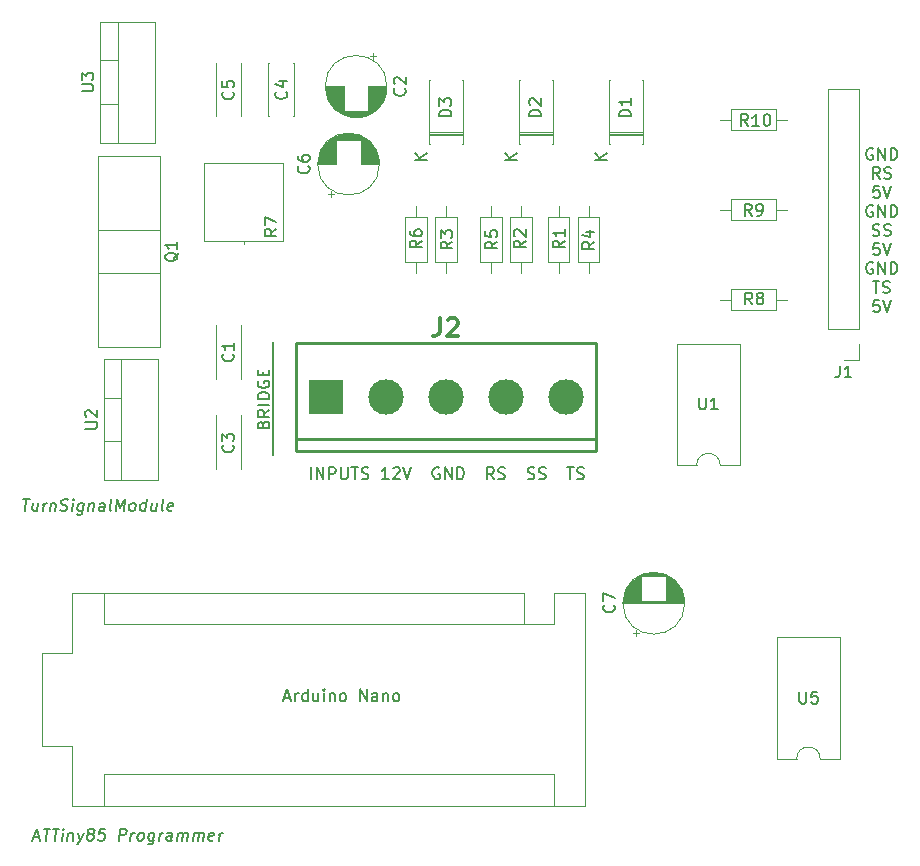
<source format=gbr>
%TF.GenerationSoftware,KiCad,Pcbnew,(6.0.9)*%
%TF.CreationDate,2022-12-15T21:37:47+02:00*%
%TF.ProjectId,custom_arduino,63757374-6f6d-45f6-9172-6475696e6f2e,rev?*%
%TF.SameCoordinates,Original*%
%TF.FileFunction,Legend,Top*%
%TF.FilePolarity,Positive*%
%FSLAX46Y46*%
G04 Gerber Fmt 4.6, Leading zero omitted, Abs format (unit mm)*
G04 Created by KiCad (PCBNEW (6.0.9)) date 2022-12-15 21:37:47*
%MOMM*%
%LPD*%
G01*
G04 APERTURE LIST*
%ADD10C,0.150000*%
%ADD11C,0.304800*%
%ADD12C,0.120000*%
%ADD13C,0.254000*%
%ADD14R,2.999740X2.999740*%
%ADD15C,2.999740*%
G04 APERTURE END LIST*
D10*
X53642857Y-103566666D02*
X54119047Y-103566666D01*
X53547619Y-103852380D02*
X53880952Y-102852380D01*
X54214285Y-103852380D01*
X54547619Y-103852380D02*
X54547619Y-103185714D01*
X54547619Y-103376190D02*
X54595238Y-103280952D01*
X54642857Y-103233333D01*
X54738095Y-103185714D01*
X54833333Y-103185714D01*
X55595238Y-103852380D02*
X55595238Y-102852380D01*
X55595238Y-103804761D02*
X55500000Y-103852380D01*
X55309523Y-103852380D01*
X55214285Y-103804761D01*
X55166666Y-103757142D01*
X55119047Y-103661904D01*
X55119047Y-103376190D01*
X55166666Y-103280952D01*
X55214285Y-103233333D01*
X55309523Y-103185714D01*
X55500000Y-103185714D01*
X55595238Y-103233333D01*
X56500000Y-103185714D02*
X56500000Y-103852380D01*
X56071428Y-103185714D02*
X56071428Y-103709523D01*
X56119047Y-103804761D01*
X56214285Y-103852380D01*
X56357142Y-103852380D01*
X56452380Y-103804761D01*
X56500000Y-103757142D01*
X56976190Y-103852380D02*
X56976190Y-103185714D01*
X56976190Y-102852380D02*
X56928571Y-102900000D01*
X56976190Y-102947619D01*
X57023809Y-102900000D01*
X56976190Y-102852380D01*
X56976190Y-102947619D01*
X57452380Y-103185714D02*
X57452380Y-103852380D01*
X57452380Y-103280952D02*
X57500000Y-103233333D01*
X57595238Y-103185714D01*
X57738095Y-103185714D01*
X57833333Y-103233333D01*
X57880952Y-103328571D01*
X57880952Y-103852380D01*
X58500000Y-103852380D02*
X58404761Y-103804761D01*
X58357142Y-103757142D01*
X58309523Y-103661904D01*
X58309523Y-103376190D01*
X58357142Y-103280952D01*
X58404761Y-103233333D01*
X58500000Y-103185714D01*
X58642857Y-103185714D01*
X58738095Y-103233333D01*
X58785714Y-103280952D01*
X58833333Y-103376190D01*
X58833333Y-103661904D01*
X58785714Y-103757142D01*
X58738095Y-103804761D01*
X58642857Y-103852380D01*
X58500000Y-103852380D01*
X60023809Y-103852380D02*
X60023809Y-102852380D01*
X60595238Y-103852380D01*
X60595238Y-102852380D01*
X61500000Y-103852380D02*
X61500000Y-103328571D01*
X61452380Y-103233333D01*
X61357142Y-103185714D01*
X61166666Y-103185714D01*
X61071428Y-103233333D01*
X61500000Y-103804761D02*
X61404761Y-103852380D01*
X61166666Y-103852380D01*
X61071428Y-103804761D01*
X61023809Y-103709523D01*
X61023809Y-103614285D01*
X61071428Y-103519047D01*
X61166666Y-103471428D01*
X61404761Y-103471428D01*
X61500000Y-103423809D01*
X61976190Y-103185714D02*
X61976190Y-103852380D01*
X61976190Y-103280952D02*
X62023809Y-103233333D01*
X62119047Y-103185714D01*
X62261904Y-103185714D01*
X62357142Y-103233333D01*
X62404761Y-103328571D01*
X62404761Y-103852380D01*
X63023809Y-103852380D02*
X62928571Y-103804761D01*
X62880952Y-103757142D01*
X62833333Y-103661904D01*
X62833333Y-103376190D01*
X62880952Y-103280952D01*
X62928571Y-103233333D01*
X63023809Y-103185714D01*
X63166666Y-103185714D01*
X63261904Y-103233333D01*
X63309523Y-103280952D01*
X63357142Y-103376190D01*
X63357142Y-103661904D01*
X63309523Y-103757142D01*
X63261904Y-103804761D01*
X63166666Y-103852380D01*
X63023809Y-103852380D01*
X32388660Y-115366666D02*
X32864851Y-115366666D01*
X32257708Y-115652380D02*
X32716041Y-114652380D01*
X32924374Y-115652380D01*
X33239851Y-114652380D02*
X33811279Y-114652380D01*
X33400565Y-115652380D02*
X33525565Y-114652380D01*
X34001755Y-114652380D02*
X34573184Y-114652380D01*
X34162470Y-115652380D02*
X34287470Y-114652380D01*
X34781517Y-115652380D02*
X34864851Y-114985714D01*
X34906517Y-114652380D02*
X34852946Y-114700000D01*
X34894613Y-114747619D01*
X34948184Y-114700000D01*
X34906517Y-114652380D01*
X34894613Y-114747619D01*
X35341041Y-114985714D02*
X35257708Y-115652380D01*
X35329136Y-115080952D02*
X35382708Y-115033333D01*
X35483898Y-114985714D01*
X35626755Y-114985714D01*
X35716041Y-115033333D01*
X35751755Y-115128571D01*
X35686279Y-115652380D01*
X36150565Y-114985714D02*
X36305327Y-115652380D01*
X36626755Y-114985714D02*
X36305327Y-115652380D01*
X36180327Y-115890476D01*
X36126755Y-115938095D01*
X36025565Y-115985714D01*
X37138660Y-115080952D02*
X37049375Y-115033333D01*
X37007708Y-114985714D01*
X36971994Y-114890476D01*
X36977946Y-114842857D01*
X37037470Y-114747619D01*
X37091041Y-114700000D01*
X37192232Y-114652380D01*
X37382708Y-114652380D01*
X37471994Y-114700000D01*
X37513660Y-114747619D01*
X37549375Y-114842857D01*
X37543422Y-114890476D01*
X37483898Y-114985714D01*
X37430327Y-115033333D01*
X37329136Y-115080952D01*
X37138660Y-115080952D01*
X37037470Y-115128571D01*
X36983898Y-115176190D01*
X36924375Y-115271428D01*
X36900565Y-115461904D01*
X36936279Y-115557142D01*
X36977946Y-115604761D01*
X37067232Y-115652380D01*
X37257708Y-115652380D01*
X37358898Y-115604761D01*
X37412470Y-115557142D01*
X37471994Y-115461904D01*
X37495803Y-115271428D01*
X37460089Y-115176190D01*
X37418422Y-115128571D01*
X37329136Y-115080952D01*
X38477946Y-114652380D02*
X38001755Y-114652380D01*
X37894613Y-115128571D01*
X37948184Y-115080952D01*
X38049375Y-115033333D01*
X38287470Y-115033333D01*
X38376755Y-115080952D01*
X38418422Y-115128571D01*
X38454136Y-115223809D01*
X38424375Y-115461904D01*
X38364851Y-115557142D01*
X38311279Y-115604761D01*
X38210089Y-115652380D01*
X37971994Y-115652380D01*
X37882708Y-115604761D01*
X37841041Y-115557142D01*
X39591041Y-115652380D02*
X39716041Y-114652380D01*
X40096994Y-114652380D01*
X40186279Y-114700000D01*
X40227946Y-114747619D01*
X40263660Y-114842857D01*
X40245803Y-114985714D01*
X40186279Y-115080952D01*
X40132708Y-115128571D01*
X40031517Y-115176190D01*
X39650565Y-115176190D01*
X40591041Y-115652380D02*
X40674375Y-114985714D01*
X40650565Y-115176190D02*
X40710089Y-115080952D01*
X40763660Y-115033333D01*
X40864851Y-114985714D01*
X40960089Y-114985714D01*
X41352946Y-115652380D02*
X41263660Y-115604761D01*
X41221994Y-115557142D01*
X41186279Y-115461904D01*
X41221994Y-115176190D01*
X41281517Y-115080952D01*
X41335089Y-115033333D01*
X41436279Y-114985714D01*
X41579136Y-114985714D01*
X41668422Y-115033333D01*
X41710089Y-115080952D01*
X41745803Y-115176190D01*
X41710089Y-115461904D01*
X41650565Y-115557142D01*
X41596994Y-115604761D01*
X41495803Y-115652380D01*
X41352946Y-115652380D01*
X42626755Y-114985714D02*
X42525565Y-115795238D01*
X42466041Y-115890476D01*
X42412470Y-115938095D01*
X42311279Y-115985714D01*
X42168422Y-115985714D01*
X42079136Y-115938095D01*
X42549375Y-115604761D02*
X42448184Y-115652380D01*
X42257708Y-115652380D01*
X42168422Y-115604761D01*
X42126755Y-115557142D01*
X42091041Y-115461904D01*
X42126755Y-115176190D01*
X42186279Y-115080952D01*
X42239851Y-115033333D01*
X42341041Y-114985714D01*
X42531517Y-114985714D01*
X42620803Y-115033333D01*
X43019613Y-115652380D02*
X43102946Y-114985714D01*
X43079136Y-115176190D02*
X43138660Y-115080952D01*
X43192232Y-115033333D01*
X43293422Y-114985714D01*
X43388660Y-114985714D01*
X44067232Y-115652380D02*
X44132708Y-115128571D01*
X44096994Y-115033333D01*
X44007708Y-114985714D01*
X43817232Y-114985714D01*
X43716041Y-115033333D01*
X44073184Y-115604761D02*
X43971994Y-115652380D01*
X43733898Y-115652380D01*
X43644613Y-115604761D01*
X43608898Y-115509523D01*
X43620803Y-115414285D01*
X43680327Y-115319047D01*
X43781517Y-115271428D01*
X44019613Y-115271428D01*
X44120803Y-115223809D01*
X44543422Y-115652380D02*
X44626755Y-114985714D01*
X44614851Y-115080952D02*
X44668422Y-115033333D01*
X44769613Y-114985714D01*
X44912470Y-114985714D01*
X45001755Y-115033333D01*
X45037470Y-115128571D01*
X44971994Y-115652380D01*
X45037470Y-115128571D02*
X45096994Y-115033333D01*
X45198184Y-114985714D01*
X45341041Y-114985714D01*
X45430327Y-115033333D01*
X45466041Y-115128571D01*
X45400565Y-115652380D01*
X45876755Y-115652380D02*
X45960089Y-114985714D01*
X45948184Y-115080952D02*
X46001755Y-115033333D01*
X46102946Y-114985714D01*
X46245803Y-114985714D01*
X46335089Y-115033333D01*
X46370803Y-115128571D01*
X46305327Y-115652380D01*
X46370803Y-115128571D02*
X46430327Y-115033333D01*
X46531517Y-114985714D01*
X46674375Y-114985714D01*
X46763660Y-115033333D01*
X46799375Y-115128571D01*
X46733898Y-115652380D01*
X47596994Y-115604761D02*
X47495803Y-115652380D01*
X47305327Y-115652380D01*
X47216041Y-115604761D01*
X47180327Y-115509523D01*
X47227946Y-115128571D01*
X47287470Y-115033333D01*
X47388660Y-114985714D01*
X47579136Y-114985714D01*
X47668422Y-115033333D01*
X47704136Y-115128571D01*
X47692232Y-115223809D01*
X47204136Y-115319047D01*
X48067232Y-115652380D02*
X48150565Y-114985714D01*
X48126755Y-115176190D02*
X48186279Y-115080952D01*
X48239851Y-115033333D01*
X48341041Y-114985714D01*
X48436279Y-114985714D01*
X51828571Y-80419047D02*
X51876190Y-80276190D01*
X51923809Y-80228571D01*
X52019047Y-80180952D01*
X52161904Y-80180952D01*
X52257142Y-80228571D01*
X52304761Y-80276190D01*
X52352380Y-80371428D01*
X52352380Y-80752380D01*
X51352380Y-80752380D01*
X51352380Y-80419047D01*
X51400000Y-80323809D01*
X51447619Y-80276190D01*
X51542857Y-80228571D01*
X51638095Y-80228571D01*
X51733333Y-80276190D01*
X51780952Y-80323809D01*
X51828571Y-80419047D01*
X51828571Y-80752380D01*
X52352380Y-79180952D02*
X51876190Y-79514285D01*
X52352380Y-79752380D02*
X51352380Y-79752380D01*
X51352380Y-79371428D01*
X51400000Y-79276190D01*
X51447619Y-79228571D01*
X51542857Y-79180952D01*
X51685714Y-79180952D01*
X51780952Y-79228571D01*
X51828571Y-79276190D01*
X51876190Y-79371428D01*
X51876190Y-79752380D01*
X52352380Y-78752380D02*
X51352380Y-78752380D01*
X52352380Y-78276190D02*
X51352380Y-78276190D01*
X51352380Y-78038095D01*
X51400000Y-77895238D01*
X51495238Y-77800000D01*
X51590476Y-77752380D01*
X51780952Y-77704761D01*
X51923809Y-77704761D01*
X52114285Y-77752380D01*
X52209523Y-77800000D01*
X52304761Y-77895238D01*
X52352380Y-78038095D01*
X52352380Y-78276190D01*
X51400000Y-76752380D02*
X51352380Y-76847619D01*
X51352380Y-76990476D01*
X51400000Y-77133333D01*
X51495238Y-77228571D01*
X51590476Y-77276190D01*
X51780952Y-77323809D01*
X51923809Y-77323809D01*
X52114285Y-77276190D01*
X52209523Y-77228571D01*
X52304761Y-77133333D01*
X52352380Y-76990476D01*
X52352380Y-76895238D01*
X52304761Y-76752380D01*
X52257142Y-76704761D01*
X51923809Y-76704761D01*
X51923809Y-76895238D01*
X51828571Y-76276190D02*
X51828571Y-75942857D01*
X52352380Y-75800000D02*
X52352380Y-76276190D01*
X51352380Y-76276190D01*
X51352380Y-75800000D01*
X52700000Y-73400000D02*
X52700000Y-83000000D01*
X55876190Y-85052380D02*
X55876190Y-84052380D01*
X56352380Y-85052380D02*
X56352380Y-84052380D01*
X56923809Y-85052380D01*
X56923809Y-84052380D01*
X57399999Y-85052380D02*
X57399999Y-84052380D01*
X57780952Y-84052380D01*
X57876190Y-84100000D01*
X57923809Y-84147619D01*
X57971428Y-84242857D01*
X57971428Y-84385714D01*
X57923809Y-84480952D01*
X57876190Y-84528571D01*
X57780952Y-84576190D01*
X57399999Y-84576190D01*
X58399999Y-84052380D02*
X58399999Y-84861904D01*
X58447619Y-84957142D01*
X58495238Y-85004761D01*
X58590476Y-85052380D01*
X58780952Y-85052380D01*
X58876190Y-85004761D01*
X58923809Y-84957142D01*
X58971428Y-84861904D01*
X58971428Y-84052380D01*
X59304761Y-84052380D02*
X59876190Y-84052380D01*
X59590476Y-85052380D02*
X59590476Y-84052380D01*
X60161904Y-85004761D02*
X60304761Y-85052380D01*
X60542857Y-85052380D01*
X60638095Y-85004761D01*
X60685714Y-84957142D01*
X60733333Y-84861904D01*
X60733333Y-84766666D01*
X60685714Y-84671428D01*
X60638095Y-84623809D01*
X60542857Y-84576190D01*
X60352380Y-84528571D01*
X60257142Y-84480952D01*
X60209523Y-84433333D01*
X60161904Y-84338095D01*
X60161904Y-84242857D01*
X60209523Y-84147619D01*
X60257142Y-84100000D01*
X60352380Y-84052380D01*
X60590476Y-84052380D01*
X60733333Y-84100000D01*
X62447619Y-85052380D02*
X61876190Y-85052380D01*
X62161904Y-85052380D02*
X62161904Y-84052380D01*
X62066666Y-84195238D01*
X61971428Y-84290476D01*
X61876190Y-84338095D01*
X62828571Y-84147619D02*
X62876190Y-84100000D01*
X62971428Y-84052380D01*
X63209523Y-84052380D01*
X63304761Y-84100000D01*
X63352380Y-84147619D01*
X63399999Y-84242857D01*
X63399999Y-84338095D01*
X63352380Y-84480952D01*
X62780952Y-85052380D01*
X63399999Y-85052380D01*
X63685714Y-84052380D02*
X64019047Y-85052380D01*
X64352380Y-84052380D01*
X66733333Y-84100000D02*
X66638095Y-84052380D01*
X66495238Y-84052380D01*
X66352380Y-84100000D01*
X66257142Y-84195238D01*
X66209523Y-84290476D01*
X66161904Y-84480952D01*
X66161904Y-84623809D01*
X66209523Y-84814285D01*
X66257142Y-84909523D01*
X66352380Y-85004761D01*
X66495238Y-85052380D01*
X66590476Y-85052380D01*
X66733333Y-85004761D01*
X66780952Y-84957142D01*
X66780952Y-84623809D01*
X66590476Y-84623809D01*
X67209523Y-85052380D02*
X67209523Y-84052380D01*
X67780952Y-85052380D01*
X67780952Y-84052380D01*
X68257142Y-85052380D02*
X68257142Y-84052380D01*
X68495238Y-84052380D01*
X68638095Y-84100000D01*
X68733333Y-84195238D01*
X68780952Y-84290476D01*
X68828571Y-84480952D01*
X68828571Y-84623809D01*
X68780952Y-84814285D01*
X68733333Y-84909523D01*
X68638095Y-85004761D01*
X68495238Y-85052380D01*
X68257142Y-85052380D01*
X71352380Y-85052380D02*
X71019047Y-84576190D01*
X70780952Y-85052380D02*
X70780952Y-84052380D01*
X71161904Y-84052380D01*
X71257142Y-84100000D01*
X71304761Y-84147619D01*
X71352380Y-84242857D01*
X71352380Y-84385714D01*
X71304761Y-84480952D01*
X71257142Y-84528571D01*
X71161904Y-84576190D01*
X70780952Y-84576190D01*
X71733333Y-85004761D02*
X71876190Y-85052380D01*
X72114285Y-85052380D01*
X72209523Y-85004761D01*
X72257142Y-84957142D01*
X72304761Y-84861904D01*
X72304761Y-84766666D01*
X72257142Y-84671428D01*
X72209523Y-84623809D01*
X72114285Y-84576190D01*
X71923809Y-84528571D01*
X71828571Y-84480952D01*
X71780952Y-84433333D01*
X71733333Y-84338095D01*
X71733333Y-84242857D01*
X71780952Y-84147619D01*
X71828571Y-84100000D01*
X71923809Y-84052380D01*
X72161904Y-84052380D01*
X72304761Y-84100000D01*
X74209523Y-85004761D02*
X74352380Y-85052380D01*
X74590476Y-85052380D01*
X74685714Y-85004761D01*
X74733333Y-84957142D01*
X74780952Y-84861904D01*
X74780952Y-84766666D01*
X74733333Y-84671428D01*
X74685714Y-84623809D01*
X74590476Y-84576190D01*
X74399999Y-84528571D01*
X74304761Y-84480952D01*
X74257142Y-84433333D01*
X74209523Y-84338095D01*
X74209523Y-84242857D01*
X74257142Y-84147619D01*
X74304761Y-84100000D01*
X74399999Y-84052380D01*
X74638095Y-84052380D01*
X74780952Y-84100000D01*
X75161904Y-85004761D02*
X75304761Y-85052380D01*
X75542857Y-85052380D01*
X75638095Y-85004761D01*
X75685714Y-84957142D01*
X75733333Y-84861904D01*
X75733333Y-84766666D01*
X75685714Y-84671428D01*
X75638095Y-84623809D01*
X75542857Y-84576190D01*
X75352380Y-84528571D01*
X75257142Y-84480952D01*
X75209523Y-84433333D01*
X75161904Y-84338095D01*
X75161904Y-84242857D01*
X75209523Y-84147619D01*
X75257142Y-84100000D01*
X75352380Y-84052380D01*
X75590476Y-84052380D01*
X75733333Y-84100000D01*
X77542857Y-84052380D02*
X78114285Y-84052380D01*
X77828571Y-85052380D02*
X77828571Y-84052380D01*
X78399999Y-85004761D02*
X78542857Y-85052380D01*
X78780952Y-85052380D01*
X78876190Y-85004761D01*
X78923809Y-84957142D01*
X78971428Y-84861904D01*
X78971428Y-84766666D01*
X78923809Y-84671428D01*
X78876190Y-84623809D01*
X78780952Y-84576190D01*
X78590476Y-84528571D01*
X78495238Y-84480952D01*
X78447619Y-84433333D01*
X78399999Y-84338095D01*
X78399999Y-84242857D01*
X78447619Y-84147619D01*
X78495238Y-84100000D01*
X78590476Y-84052380D01*
X78828571Y-84052380D01*
X78971428Y-84100000D01*
X103438095Y-57060000D02*
X103342857Y-57012380D01*
X103200000Y-57012380D01*
X103057142Y-57060000D01*
X102961904Y-57155238D01*
X102914285Y-57250476D01*
X102866666Y-57440952D01*
X102866666Y-57583809D01*
X102914285Y-57774285D01*
X102961904Y-57869523D01*
X103057142Y-57964761D01*
X103200000Y-58012380D01*
X103295238Y-58012380D01*
X103438095Y-57964761D01*
X103485714Y-57917142D01*
X103485714Y-57583809D01*
X103295238Y-57583809D01*
X103914285Y-58012380D02*
X103914285Y-57012380D01*
X104485714Y-58012380D01*
X104485714Y-57012380D01*
X104961904Y-58012380D02*
X104961904Y-57012380D01*
X105200000Y-57012380D01*
X105342857Y-57060000D01*
X105438095Y-57155238D01*
X105485714Y-57250476D01*
X105533333Y-57440952D01*
X105533333Y-57583809D01*
X105485714Y-57774285D01*
X105438095Y-57869523D01*
X105342857Y-57964761D01*
X105200000Y-58012380D01*
X104961904Y-58012380D01*
X104033333Y-59622380D02*
X103700000Y-59146190D01*
X103461904Y-59622380D02*
X103461904Y-58622380D01*
X103842857Y-58622380D01*
X103938095Y-58670000D01*
X103985714Y-58717619D01*
X104033333Y-58812857D01*
X104033333Y-58955714D01*
X103985714Y-59050952D01*
X103938095Y-59098571D01*
X103842857Y-59146190D01*
X103461904Y-59146190D01*
X104414285Y-59574761D02*
X104557142Y-59622380D01*
X104795238Y-59622380D01*
X104890476Y-59574761D01*
X104938095Y-59527142D01*
X104985714Y-59431904D01*
X104985714Y-59336666D01*
X104938095Y-59241428D01*
X104890476Y-59193809D01*
X104795238Y-59146190D01*
X104604761Y-59098571D01*
X104509523Y-59050952D01*
X104461904Y-59003333D01*
X104414285Y-58908095D01*
X104414285Y-58812857D01*
X104461904Y-58717619D01*
X104509523Y-58670000D01*
X104604761Y-58622380D01*
X104842857Y-58622380D01*
X104985714Y-58670000D01*
X104009523Y-60232380D02*
X103533333Y-60232380D01*
X103485714Y-60708571D01*
X103533333Y-60660952D01*
X103628571Y-60613333D01*
X103866666Y-60613333D01*
X103961904Y-60660952D01*
X104009523Y-60708571D01*
X104057142Y-60803809D01*
X104057142Y-61041904D01*
X104009523Y-61137142D01*
X103961904Y-61184761D01*
X103866666Y-61232380D01*
X103628571Y-61232380D01*
X103533333Y-61184761D01*
X103485714Y-61137142D01*
X104342857Y-60232380D02*
X104676190Y-61232380D01*
X105009523Y-60232380D01*
X103438095Y-61890000D02*
X103342857Y-61842380D01*
X103200000Y-61842380D01*
X103057142Y-61890000D01*
X102961904Y-61985238D01*
X102914285Y-62080476D01*
X102866666Y-62270952D01*
X102866666Y-62413809D01*
X102914285Y-62604285D01*
X102961904Y-62699523D01*
X103057142Y-62794761D01*
X103200000Y-62842380D01*
X103295238Y-62842380D01*
X103438095Y-62794761D01*
X103485714Y-62747142D01*
X103485714Y-62413809D01*
X103295238Y-62413809D01*
X103914285Y-62842380D02*
X103914285Y-61842380D01*
X104485714Y-62842380D01*
X104485714Y-61842380D01*
X104961904Y-62842380D02*
X104961904Y-61842380D01*
X105200000Y-61842380D01*
X105342857Y-61890000D01*
X105438095Y-61985238D01*
X105485714Y-62080476D01*
X105533333Y-62270952D01*
X105533333Y-62413809D01*
X105485714Y-62604285D01*
X105438095Y-62699523D01*
X105342857Y-62794761D01*
X105200000Y-62842380D01*
X104961904Y-62842380D01*
X103438095Y-64404761D02*
X103580952Y-64452380D01*
X103819047Y-64452380D01*
X103914285Y-64404761D01*
X103961904Y-64357142D01*
X104009523Y-64261904D01*
X104009523Y-64166666D01*
X103961904Y-64071428D01*
X103914285Y-64023809D01*
X103819047Y-63976190D01*
X103628571Y-63928571D01*
X103533333Y-63880952D01*
X103485714Y-63833333D01*
X103438095Y-63738095D01*
X103438095Y-63642857D01*
X103485714Y-63547619D01*
X103533333Y-63500000D01*
X103628571Y-63452380D01*
X103866666Y-63452380D01*
X104009523Y-63500000D01*
X104390476Y-64404761D02*
X104533333Y-64452380D01*
X104771428Y-64452380D01*
X104866666Y-64404761D01*
X104914285Y-64357142D01*
X104961904Y-64261904D01*
X104961904Y-64166666D01*
X104914285Y-64071428D01*
X104866666Y-64023809D01*
X104771428Y-63976190D01*
X104580952Y-63928571D01*
X104485714Y-63880952D01*
X104438095Y-63833333D01*
X104390476Y-63738095D01*
X104390476Y-63642857D01*
X104438095Y-63547619D01*
X104485714Y-63500000D01*
X104580952Y-63452380D01*
X104819047Y-63452380D01*
X104961904Y-63500000D01*
X104009523Y-65062380D02*
X103533333Y-65062380D01*
X103485714Y-65538571D01*
X103533333Y-65490952D01*
X103628571Y-65443333D01*
X103866666Y-65443333D01*
X103961904Y-65490952D01*
X104009523Y-65538571D01*
X104057142Y-65633809D01*
X104057142Y-65871904D01*
X104009523Y-65967142D01*
X103961904Y-66014761D01*
X103866666Y-66062380D01*
X103628571Y-66062380D01*
X103533333Y-66014761D01*
X103485714Y-65967142D01*
X104342857Y-65062380D02*
X104676190Y-66062380D01*
X105009523Y-65062380D01*
X103438095Y-66720000D02*
X103342857Y-66672380D01*
X103200000Y-66672380D01*
X103057142Y-66720000D01*
X102961904Y-66815238D01*
X102914285Y-66910476D01*
X102866666Y-67100952D01*
X102866666Y-67243809D01*
X102914285Y-67434285D01*
X102961904Y-67529523D01*
X103057142Y-67624761D01*
X103200000Y-67672380D01*
X103295238Y-67672380D01*
X103438095Y-67624761D01*
X103485714Y-67577142D01*
X103485714Y-67243809D01*
X103295238Y-67243809D01*
X103914285Y-67672380D02*
X103914285Y-66672380D01*
X104485714Y-67672380D01*
X104485714Y-66672380D01*
X104961904Y-67672380D02*
X104961904Y-66672380D01*
X105200000Y-66672380D01*
X105342857Y-66720000D01*
X105438095Y-66815238D01*
X105485714Y-66910476D01*
X105533333Y-67100952D01*
X105533333Y-67243809D01*
X105485714Y-67434285D01*
X105438095Y-67529523D01*
X105342857Y-67624761D01*
X105200000Y-67672380D01*
X104961904Y-67672380D01*
X103438095Y-68282380D02*
X104009523Y-68282380D01*
X103723809Y-69282380D02*
X103723809Y-68282380D01*
X104295238Y-69234761D02*
X104438095Y-69282380D01*
X104676190Y-69282380D01*
X104771428Y-69234761D01*
X104819047Y-69187142D01*
X104866666Y-69091904D01*
X104866666Y-68996666D01*
X104819047Y-68901428D01*
X104771428Y-68853809D01*
X104676190Y-68806190D01*
X104485714Y-68758571D01*
X104390476Y-68710952D01*
X104342857Y-68663333D01*
X104295238Y-68568095D01*
X104295238Y-68472857D01*
X104342857Y-68377619D01*
X104390476Y-68330000D01*
X104485714Y-68282380D01*
X104723809Y-68282380D01*
X104866666Y-68330000D01*
X104009523Y-69892380D02*
X103533333Y-69892380D01*
X103485714Y-70368571D01*
X103533333Y-70320952D01*
X103628571Y-70273333D01*
X103866666Y-70273333D01*
X103961904Y-70320952D01*
X104009523Y-70368571D01*
X104057142Y-70463809D01*
X104057142Y-70701904D01*
X104009523Y-70797142D01*
X103961904Y-70844761D01*
X103866666Y-70892380D01*
X103628571Y-70892380D01*
X103533333Y-70844761D01*
X103485714Y-70797142D01*
X104342857Y-69892380D02*
X104676190Y-70892380D01*
X105009523Y-69892380D01*
X31477946Y-86752380D02*
X32049375Y-86752380D01*
X31638660Y-87752380D02*
X31763660Y-86752380D01*
X32769613Y-87085714D02*
X32686279Y-87752380D01*
X32341041Y-87085714D02*
X32275565Y-87609523D01*
X32311279Y-87704761D01*
X32400565Y-87752380D01*
X32543422Y-87752380D01*
X32644613Y-87704761D01*
X32698184Y-87657142D01*
X33162470Y-87752380D02*
X33245803Y-87085714D01*
X33221994Y-87276190D02*
X33281517Y-87180952D01*
X33335089Y-87133333D01*
X33436279Y-87085714D01*
X33531517Y-87085714D01*
X33864851Y-87085714D02*
X33781517Y-87752380D01*
X33852946Y-87180952D02*
X33906517Y-87133333D01*
X34007708Y-87085714D01*
X34150565Y-87085714D01*
X34239851Y-87133333D01*
X34275565Y-87228571D01*
X34210089Y-87752380D01*
X34644613Y-87704761D02*
X34781517Y-87752380D01*
X35019613Y-87752380D01*
X35120803Y-87704761D01*
X35174375Y-87657142D01*
X35233898Y-87561904D01*
X35245803Y-87466666D01*
X35210089Y-87371428D01*
X35168422Y-87323809D01*
X35079136Y-87276190D01*
X34894613Y-87228571D01*
X34805327Y-87180952D01*
X34763660Y-87133333D01*
X34727946Y-87038095D01*
X34739851Y-86942857D01*
X34799375Y-86847619D01*
X34852946Y-86800000D01*
X34954136Y-86752380D01*
X35192232Y-86752380D01*
X35329136Y-86800000D01*
X35638660Y-87752380D02*
X35721994Y-87085714D01*
X35763660Y-86752380D02*
X35710089Y-86800000D01*
X35751755Y-86847619D01*
X35805327Y-86800000D01*
X35763660Y-86752380D01*
X35751755Y-86847619D01*
X36626755Y-87085714D02*
X36525565Y-87895238D01*
X36466041Y-87990476D01*
X36412470Y-88038095D01*
X36311279Y-88085714D01*
X36168422Y-88085714D01*
X36079136Y-88038095D01*
X36549375Y-87704761D02*
X36448184Y-87752380D01*
X36257708Y-87752380D01*
X36168422Y-87704761D01*
X36126755Y-87657142D01*
X36091041Y-87561904D01*
X36126755Y-87276190D01*
X36186279Y-87180952D01*
X36239851Y-87133333D01*
X36341041Y-87085714D01*
X36531517Y-87085714D01*
X36620803Y-87133333D01*
X37102946Y-87085714D02*
X37019613Y-87752380D01*
X37091041Y-87180952D02*
X37144613Y-87133333D01*
X37245803Y-87085714D01*
X37388660Y-87085714D01*
X37477946Y-87133333D01*
X37513660Y-87228571D01*
X37448184Y-87752380D01*
X38352946Y-87752380D02*
X38418422Y-87228571D01*
X38382708Y-87133333D01*
X38293422Y-87085714D01*
X38102946Y-87085714D01*
X38001755Y-87133333D01*
X38358898Y-87704761D02*
X38257708Y-87752380D01*
X38019613Y-87752380D01*
X37930327Y-87704761D01*
X37894613Y-87609523D01*
X37906517Y-87514285D01*
X37966041Y-87419047D01*
X38067232Y-87371428D01*
X38305327Y-87371428D01*
X38406517Y-87323809D01*
X38971994Y-87752380D02*
X38882708Y-87704761D01*
X38846994Y-87609523D01*
X38954136Y-86752380D01*
X39352946Y-87752380D02*
X39477946Y-86752380D01*
X39721994Y-87466666D01*
X40144613Y-86752380D01*
X40019613Y-87752380D01*
X40638660Y-87752380D02*
X40549375Y-87704761D01*
X40507708Y-87657142D01*
X40471994Y-87561904D01*
X40507708Y-87276190D01*
X40567232Y-87180952D01*
X40620803Y-87133333D01*
X40721994Y-87085714D01*
X40864851Y-87085714D01*
X40954136Y-87133333D01*
X40995803Y-87180952D01*
X41031517Y-87276190D01*
X40995803Y-87561904D01*
X40936279Y-87657142D01*
X40882708Y-87704761D01*
X40781517Y-87752380D01*
X40638660Y-87752380D01*
X41829136Y-87752380D02*
X41954136Y-86752380D01*
X41835089Y-87704761D02*
X41733898Y-87752380D01*
X41543422Y-87752380D01*
X41454136Y-87704761D01*
X41412470Y-87657142D01*
X41376755Y-87561904D01*
X41412470Y-87276190D01*
X41471994Y-87180952D01*
X41525565Y-87133333D01*
X41626755Y-87085714D01*
X41817232Y-87085714D01*
X41906517Y-87133333D01*
X42817232Y-87085714D02*
X42733898Y-87752380D01*
X42388660Y-87085714D02*
X42323184Y-87609523D01*
X42358898Y-87704761D01*
X42448184Y-87752380D01*
X42591041Y-87752380D01*
X42692232Y-87704761D01*
X42745803Y-87657142D01*
X43352946Y-87752380D02*
X43263660Y-87704761D01*
X43227946Y-87609523D01*
X43335089Y-86752380D01*
X44120803Y-87704761D02*
X44019613Y-87752380D01*
X43829136Y-87752380D01*
X43739851Y-87704761D01*
X43704136Y-87609523D01*
X43751755Y-87228571D01*
X43811279Y-87133333D01*
X43912470Y-87085714D01*
X44102946Y-87085714D01*
X44192232Y-87133333D01*
X44227946Y-87228571D01*
X44216041Y-87323809D01*
X43727946Y-87419047D01*
%TO.C,U5*%
X97228095Y-103052380D02*
X97228095Y-103861904D01*
X97275714Y-103957142D01*
X97323333Y-104004761D01*
X97418571Y-104052380D01*
X97609047Y-104052380D01*
X97704285Y-104004761D01*
X97751904Y-103957142D01*
X97799523Y-103861904D01*
X97799523Y-103052380D01*
X98751904Y-103052380D02*
X98275714Y-103052380D01*
X98228095Y-103528571D01*
X98275714Y-103480952D01*
X98370952Y-103433333D01*
X98609047Y-103433333D01*
X98704285Y-103480952D01*
X98751904Y-103528571D01*
X98799523Y-103623809D01*
X98799523Y-103861904D01*
X98751904Y-103957142D01*
X98704285Y-104004761D01*
X98609047Y-104052380D01*
X98370952Y-104052380D01*
X98275714Y-104004761D01*
X98228095Y-103957142D01*
%TO.C,J1*%
X100631666Y-75432380D02*
X100631666Y-76146666D01*
X100584047Y-76289523D01*
X100488809Y-76384761D01*
X100345952Y-76432380D01*
X100250714Y-76432380D01*
X101631666Y-76432380D02*
X101060238Y-76432380D01*
X101345952Y-76432380D02*
X101345952Y-75432380D01*
X101250714Y-75575238D01*
X101155476Y-75670476D01*
X101060238Y-75718095D01*
%TO.C,R1*%
X77352380Y-64866666D02*
X76876190Y-65200000D01*
X77352380Y-65438095D02*
X76352380Y-65438095D01*
X76352380Y-65057142D01*
X76400000Y-64961904D01*
X76447619Y-64914285D01*
X76542857Y-64866666D01*
X76685714Y-64866666D01*
X76780952Y-64914285D01*
X76828571Y-64961904D01*
X76876190Y-65057142D01*
X76876190Y-65438095D01*
X77352380Y-63914285D02*
X77352380Y-64485714D01*
X77352380Y-64200000D02*
X76352380Y-64200000D01*
X76495238Y-64295238D01*
X76590476Y-64390476D01*
X76638095Y-64485714D01*
%TO.C,R6*%
X65252380Y-64866666D02*
X64776190Y-65200000D01*
X65252380Y-65438095D02*
X64252380Y-65438095D01*
X64252380Y-65057142D01*
X64300000Y-64961904D01*
X64347619Y-64914285D01*
X64442857Y-64866666D01*
X64585714Y-64866666D01*
X64680952Y-64914285D01*
X64728571Y-64961904D01*
X64776190Y-65057142D01*
X64776190Y-65438095D01*
X64252380Y-64009523D02*
X64252380Y-64200000D01*
X64300000Y-64295238D01*
X64347619Y-64342857D01*
X64490476Y-64438095D01*
X64680952Y-64485714D01*
X65061904Y-64485714D01*
X65157142Y-64438095D01*
X65204761Y-64390476D01*
X65252380Y-64295238D01*
X65252380Y-64104761D01*
X65204761Y-64009523D01*
X65157142Y-63961904D01*
X65061904Y-63914285D01*
X64823809Y-63914285D01*
X64728571Y-63961904D01*
X64680952Y-64009523D01*
X64633333Y-64104761D01*
X64633333Y-64295238D01*
X64680952Y-64390476D01*
X64728571Y-64438095D01*
X64823809Y-64485714D01*
%TO.C,C2*%
X63797142Y-51966666D02*
X63844761Y-52014285D01*
X63892380Y-52157142D01*
X63892380Y-52252380D01*
X63844761Y-52395238D01*
X63749523Y-52490476D01*
X63654285Y-52538095D01*
X63463809Y-52585714D01*
X63320952Y-52585714D01*
X63130476Y-52538095D01*
X63035238Y-52490476D01*
X62940000Y-52395238D01*
X62892380Y-52252380D01*
X62892380Y-52157142D01*
X62940000Y-52014285D01*
X62987619Y-51966666D01*
X62987619Y-51585714D02*
X62940000Y-51538095D01*
X62892380Y-51442857D01*
X62892380Y-51204761D01*
X62940000Y-51109523D01*
X62987619Y-51061904D01*
X63082857Y-51014285D01*
X63178095Y-51014285D01*
X63320952Y-51061904D01*
X63892380Y-51633333D01*
X63892380Y-51014285D01*
%TO.C,U2*%
X36767380Y-80771904D02*
X37576904Y-80771904D01*
X37672142Y-80724285D01*
X37719761Y-80676666D01*
X37767380Y-80581428D01*
X37767380Y-80390952D01*
X37719761Y-80295714D01*
X37672142Y-80248095D01*
X37576904Y-80200476D01*
X36767380Y-80200476D01*
X36862619Y-79771904D02*
X36815000Y-79724285D01*
X36767380Y-79629047D01*
X36767380Y-79390952D01*
X36815000Y-79295714D01*
X36862619Y-79248095D01*
X36957857Y-79200476D01*
X37053095Y-79200476D01*
X37195952Y-79248095D01*
X37767380Y-79819523D01*
X37767380Y-79200476D01*
%TO.C,R9*%
X93178333Y-62752380D02*
X92845000Y-62276190D01*
X92606904Y-62752380D02*
X92606904Y-61752380D01*
X92987857Y-61752380D01*
X93083095Y-61800000D01*
X93130714Y-61847619D01*
X93178333Y-61942857D01*
X93178333Y-62085714D01*
X93130714Y-62180952D01*
X93083095Y-62228571D01*
X92987857Y-62276190D01*
X92606904Y-62276190D01*
X93654523Y-62752380D02*
X93845000Y-62752380D01*
X93940238Y-62704761D01*
X93987857Y-62657142D01*
X94083095Y-62514285D01*
X94130714Y-62323809D01*
X94130714Y-61942857D01*
X94083095Y-61847619D01*
X94035476Y-61800000D01*
X93940238Y-61752380D01*
X93749761Y-61752380D01*
X93654523Y-61800000D01*
X93606904Y-61847619D01*
X93559285Y-61942857D01*
X93559285Y-62180952D01*
X93606904Y-62276190D01*
X93654523Y-62323809D01*
X93749761Y-62371428D01*
X93940238Y-62371428D01*
X94035476Y-62323809D01*
X94083095Y-62276190D01*
X94130714Y-62180952D01*
%TO.C,R8*%
X93233333Y-70252380D02*
X92900000Y-69776190D01*
X92661904Y-70252380D02*
X92661904Y-69252380D01*
X93042857Y-69252380D01*
X93138095Y-69300000D01*
X93185714Y-69347619D01*
X93233333Y-69442857D01*
X93233333Y-69585714D01*
X93185714Y-69680952D01*
X93138095Y-69728571D01*
X93042857Y-69776190D01*
X92661904Y-69776190D01*
X93804761Y-69680952D02*
X93709523Y-69633333D01*
X93661904Y-69585714D01*
X93614285Y-69490476D01*
X93614285Y-69442857D01*
X93661904Y-69347619D01*
X93709523Y-69300000D01*
X93804761Y-69252380D01*
X93995238Y-69252380D01*
X94090476Y-69300000D01*
X94138095Y-69347619D01*
X94185714Y-69442857D01*
X94185714Y-69490476D01*
X94138095Y-69585714D01*
X94090476Y-69633333D01*
X93995238Y-69680952D01*
X93804761Y-69680952D01*
X93709523Y-69728571D01*
X93661904Y-69776190D01*
X93614285Y-69871428D01*
X93614285Y-70061904D01*
X93661904Y-70157142D01*
X93709523Y-70204761D01*
X93804761Y-70252380D01*
X93995238Y-70252380D01*
X94090476Y-70204761D01*
X94138095Y-70157142D01*
X94185714Y-70061904D01*
X94185714Y-69871428D01*
X94138095Y-69776190D01*
X94090476Y-69728571D01*
X93995238Y-69680952D01*
%TO.C,C3*%
X49257142Y-82166666D02*
X49304761Y-82214285D01*
X49352380Y-82357142D01*
X49352380Y-82452380D01*
X49304761Y-82595238D01*
X49209523Y-82690476D01*
X49114285Y-82738095D01*
X48923809Y-82785714D01*
X48780952Y-82785714D01*
X48590476Y-82738095D01*
X48495238Y-82690476D01*
X48400000Y-82595238D01*
X48352380Y-82452380D01*
X48352380Y-82357142D01*
X48400000Y-82214285D01*
X48447619Y-82166666D01*
X48352380Y-81833333D02*
X48352380Y-81214285D01*
X48733333Y-81547619D01*
X48733333Y-81404761D01*
X48780952Y-81309523D01*
X48828571Y-81261904D01*
X48923809Y-81214285D01*
X49161904Y-81214285D01*
X49257142Y-81261904D01*
X49304761Y-81309523D01*
X49352380Y-81404761D01*
X49352380Y-81690476D01*
X49304761Y-81785714D01*
X49257142Y-81833333D01*
D11*
%TO.C,J2*%
X66802000Y-71428428D02*
X66802000Y-72517000D01*
X66729428Y-72734714D01*
X66584285Y-72879857D01*
X66366571Y-72952428D01*
X66221428Y-72952428D01*
X67455142Y-71573571D02*
X67527714Y-71501000D01*
X67672857Y-71428428D01*
X68035714Y-71428428D01*
X68180857Y-71501000D01*
X68253428Y-71573571D01*
X68326000Y-71718714D01*
X68326000Y-71863857D01*
X68253428Y-72081571D01*
X67382571Y-72952428D01*
X68326000Y-72952428D01*
D10*
%TO.C,Q1*%
X44637619Y-65870238D02*
X44590000Y-65965476D01*
X44494761Y-66060714D01*
X44351904Y-66203571D01*
X44304285Y-66298809D01*
X44304285Y-66394047D01*
X44542380Y-66346428D02*
X44494761Y-66441666D01*
X44399523Y-66536904D01*
X44209047Y-66584523D01*
X43875714Y-66584523D01*
X43685238Y-66536904D01*
X43590000Y-66441666D01*
X43542380Y-66346428D01*
X43542380Y-66155952D01*
X43590000Y-66060714D01*
X43685238Y-65965476D01*
X43875714Y-65917857D01*
X44209047Y-65917857D01*
X44399523Y-65965476D01*
X44494761Y-66060714D01*
X44542380Y-66155952D01*
X44542380Y-66346428D01*
X44542380Y-64965476D02*
X44542380Y-65536904D01*
X44542380Y-65251190D02*
X43542380Y-65251190D01*
X43685238Y-65346428D01*
X43780476Y-65441666D01*
X43828095Y-65536904D01*
%TO.C,D2*%
X75352380Y-54338095D02*
X74352380Y-54338095D01*
X74352380Y-54100000D01*
X74400000Y-53957142D01*
X74495238Y-53861904D01*
X74590476Y-53814285D01*
X74780952Y-53766666D01*
X74923809Y-53766666D01*
X75114285Y-53814285D01*
X75209523Y-53861904D01*
X75304761Y-53957142D01*
X75352380Y-54100000D01*
X75352380Y-54338095D01*
X74447619Y-53385714D02*
X74400000Y-53338095D01*
X74352380Y-53242857D01*
X74352380Y-53004761D01*
X74400000Y-52909523D01*
X74447619Y-52861904D01*
X74542857Y-52814285D01*
X74638095Y-52814285D01*
X74780952Y-52861904D01*
X75352380Y-53433333D01*
X75352380Y-52814285D01*
X73282380Y-58046904D02*
X72282380Y-58046904D01*
X73282380Y-57475476D02*
X72710952Y-57904047D01*
X72282380Y-57475476D02*
X72853809Y-58046904D01*
%TO.C,D1*%
X82952380Y-54338095D02*
X81952380Y-54338095D01*
X81952380Y-54100000D01*
X82000000Y-53957142D01*
X82095238Y-53861904D01*
X82190476Y-53814285D01*
X82380952Y-53766666D01*
X82523809Y-53766666D01*
X82714285Y-53814285D01*
X82809523Y-53861904D01*
X82904761Y-53957142D01*
X82952380Y-54100000D01*
X82952380Y-54338095D01*
X82952380Y-52814285D02*
X82952380Y-53385714D01*
X82952380Y-53100000D02*
X81952380Y-53100000D01*
X82095238Y-53195238D01*
X82190476Y-53290476D01*
X82238095Y-53385714D01*
X80902380Y-58046904D02*
X79902380Y-58046904D01*
X80902380Y-57475476D02*
X80330952Y-57904047D01*
X79902380Y-57475476D02*
X80473809Y-58046904D01*
%TO.C,R2*%
X74052380Y-64866666D02*
X73576190Y-65200000D01*
X74052380Y-65438095D02*
X73052380Y-65438095D01*
X73052380Y-65057142D01*
X73100000Y-64961904D01*
X73147619Y-64914285D01*
X73242857Y-64866666D01*
X73385714Y-64866666D01*
X73480952Y-64914285D01*
X73528571Y-64961904D01*
X73576190Y-65057142D01*
X73576190Y-65438095D01*
X73147619Y-64485714D02*
X73100000Y-64438095D01*
X73052380Y-64342857D01*
X73052380Y-64104761D01*
X73100000Y-64009523D01*
X73147619Y-63961904D01*
X73242857Y-63914285D01*
X73338095Y-63914285D01*
X73480952Y-63961904D01*
X74052380Y-64533333D01*
X74052380Y-63914285D01*
%TO.C,R4*%
X79852380Y-64966666D02*
X79376190Y-65300000D01*
X79852380Y-65538095D02*
X78852380Y-65538095D01*
X78852380Y-65157142D01*
X78900000Y-65061904D01*
X78947619Y-65014285D01*
X79042857Y-64966666D01*
X79185714Y-64966666D01*
X79280952Y-65014285D01*
X79328571Y-65061904D01*
X79376190Y-65157142D01*
X79376190Y-65538095D01*
X79185714Y-64109523D02*
X79852380Y-64109523D01*
X78804761Y-64347619D02*
X79519047Y-64585714D01*
X79519047Y-63966666D01*
%TO.C,U1*%
X88738095Y-78152380D02*
X88738095Y-78961904D01*
X88785714Y-79057142D01*
X88833333Y-79104761D01*
X88928571Y-79152380D01*
X89119047Y-79152380D01*
X89214285Y-79104761D01*
X89261904Y-79057142D01*
X89309523Y-78961904D01*
X89309523Y-78152380D01*
X90309523Y-79152380D02*
X89738095Y-79152380D01*
X90023809Y-79152380D02*
X90023809Y-78152380D01*
X89928571Y-78295238D01*
X89833333Y-78390476D01*
X89738095Y-78438095D01*
%TO.C,R7*%
X52952380Y-63866666D02*
X52476190Y-64200000D01*
X52952380Y-64438095D02*
X51952380Y-64438095D01*
X51952380Y-64057142D01*
X52000000Y-63961904D01*
X52047619Y-63914285D01*
X52142857Y-63866666D01*
X52285714Y-63866666D01*
X52380952Y-63914285D01*
X52428571Y-63961904D01*
X52476190Y-64057142D01*
X52476190Y-64438095D01*
X51952380Y-63533333D02*
X51952380Y-62866666D01*
X52952380Y-63295238D01*
%TO.C,C1*%
X49257142Y-74461666D02*
X49304761Y-74509285D01*
X49352380Y-74652142D01*
X49352380Y-74747380D01*
X49304761Y-74890238D01*
X49209523Y-74985476D01*
X49114285Y-75033095D01*
X48923809Y-75080714D01*
X48780952Y-75080714D01*
X48590476Y-75033095D01*
X48495238Y-74985476D01*
X48400000Y-74890238D01*
X48352380Y-74747380D01*
X48352380Y-74652142D01*
X48400000Y-74509285D01*
X48447619Y-74461666D01*
X49352380Y-73509285D02*
X49352380Y-74080714D01*
X49352380Y-73795000D02*
X48352380Y-73795000D01*
X48495238Y-73890238D01*
X48590476Y-73985476D01*
X48638095Y-74080714D01*
%TO.C,U3*%
X36457380Y-52196904D02*
X37266904Y-52196904D01*
X37362142Y-52149285D01*
X37409761Y-52101666D01*
X37457380Y-52006428D01*
X37457380Y-51815952D01*
X37409761Y-51720714D01*
X37362142Y-51673095D01*
X37266904Y-51625476D01*
X36457380Y-51625476D01*
X36457380Y-51244523D02*
X36457380Y-50625476D01*
X36838333Y-50958809D01*
X36838333Y-50815952D01*
X36885952Y-50720714D01*
X36933571Y-50673095D01*
X37028809Y-50625476D01*
X37266904Y-50625476D01*
X37362142Y-50673095D01*
X37409761Y-50720714D01*
X37457380Y-50815952D01*
X37457380Y-51101666D01*
X37409761Y-51196904D01*
X37362142Y-51244523D01*
%TO.C,R5*%
X71652380Y-64936666D02*
X71176190Y-65270000D01*
X71652380Y-65508095D02*
X70652380Y-65508095D01*
X70652380Y-65127142D01*
X70700000Y-65031904D01*
X70747619Y-64984285D01*
X70842857Y-64936666D01*
X70985714Y-64936666D01*
X71080952Y-64984285D01*
X71128571Y-65031904D01*
X71176190Y-65127142D01*
X71176190Y-65508095D01*
X70652380Y-64031904D02*
X70652380Y-64508095D01*
X71128571Y-64555714D01*
X71080952Y-64508095D01*
X71033333Y-64412857D01*
X71033333Y-64174761D01*
X71080952Y-64079523D01*
X71128571Y-64031904D01*
X71223809Y-63984285D01*
X71461904Y-63984285D01*
X71557142Y-64031904D01*
X71604761Y-64079523D01*
X71652380Y-64174761D01*
X71652380Y-64412857D01*
X71604761Y-64508095D01*
X71557142Y-64555714D01*
%TO.C,C7*%
X81507142Y-95721779D02*
X81554761Y-95769398D01*
X81602380Y-95912255D01*
X81602380Y-96007493D01*
X81554761Y-96150351D01*
X81459523Y-96245589D01*
X81364285Y-96293208D01*
X81173809Y-96340827D01*
X81030952Y-96340827D01*
X80840476Y-96293208D01*
X80745238Y-96245589D01*
X80650000Y-96150351D01*
X80602380Y-96007493D01*
X80602380Y-95912255D01*
X80650000Y-95769398D01*
X80697619Y-95721779D01*
X80602380Y-95388446D02*
X80602380Y-94721779D01*
X81602380Y-95150351D01*
%TO.C,R10*%
X92857142Y-55152380D02*
X92523809Y-54676190D01*
X92285714Y-55152380D02*
X92285714Y-54152380D01*
X92666666Y-54152380D01*
X92761904Y-54200000D01*
X92809523Y-54247619D01*
X92857142Y-54342857D01*
X92857142Y-54485714D01*
X92809523Y-54580952D01*
X92761904Y-54628571D01*
X92666666Y-54676190D01*
X92285714Y-54676190D01*
X93809523Y-55152380D02*
X93238095Y-55152380D01*
X93523809Y-55152380D02*
X93523809Y-54152380D01*
X93428571Y-54295238D01*
X93333333Y-54390476D01*
X93238095Y-54438095D01*
X94428571Y-54152380D02*
X94523809Y-54152380D01*
X94619047Y-54200000D01*
X94666666Y-54247619D01*
X94714285Y-54342857D01*
X94761904Y-54533333D01*
X94761904Y-54771428D01*
X94714285Y-54961904D01*
X94666666Y-55057142D01*
X94619047Y-55104761D01*
X94523809Y-55152380D01*
X94428571Y-55152380D01*
X94333333Y-55104761D01*
X94285714Y-55057142D01*
X94238095Y-54961904D01*
X94190476Y-54771428D01*
X94190476Y-54533333D01*
X94238095Y-54342857D01*
X94285714Y-54247619D01*
X94333333Y-54200000D01*
X94428571Y-54152380D01*
%TO.C,R3*%
X67852380Y-64936666D02*
X67376190Y-65270000D01*
X67852380Y-65508095D02*
X66852380Y-65508095D01*
X66852380Y-65127142D01*
X66900000Y-65031904D01*
X66947619Y-64984285D01*
X67042857Y-64936666D01*
X67185714Y-64936666D01*
X67280952Y-64984285D01*
X67328571Y-65031904D01*
X67376190Y-65127142D01*
X67376190Y-65508095D01*
X66852380Y-64603333D02*
X66852380Y-63984285D01*
X67233333Y-64317619D01*
X67233333Y-64174761D01*
X67280952Y-64079523D01*
X67328571Y-64031904D01*
X67423809Y-63984285D01*
X67661904Y-63984285D01*
X67757142Y-64031904D01*
X67804761Y-64079523D01*
X67852380Y-64174761D01*
X67852380Y-64460476D01*
X67804761Y-64555714D01*
X67757142Y-64603333D01*
%TO.C,D3*%
X67752380Y-54338095D02*
X66752380Y-54338095D01*
X66752380Y-54100000D01*
X66800000Y-53957142D01*
X66895238Y-53861904D01*
X66990476Y-53814285D01*
X67180952Y-53766666D01*
X67323809Y-53766666D01*
X67514285Y-53814285D01*
X67609523Y-53861904D01*
X67704761Y-53957142D01*
X67752380Y-54100000D01*
X67752380Y-54338095D01*
X66752380Y-53433333D02*
X66752380Y-52814285D01*
X67133333Y-53147619D01*
X67133333Y-53004761D01*
X67180952Y-52909523D01*
X67228571Y-52861904D01*
X67323809Y-52814285D01*
X67561904Y-52814285D01*
X67657142Y-52861904D01*
X67704761Y-52909523D01*
X67752380Y-53004761D01*
X67752380Y-53290476D01*
X67704761Y-53385714D01*
X67657142Y-53433333D01*
X65662380Y-58046904D02*
X64662380Y-58046904D01*
X65662380Y-57475476D02*
X65090952Y-57904047D01*
X64662380Y-57475476D02*
X65233809Y-58046904D01*
%TO.C,C6*%
X55662142Y-58541779D02*
X55709761Y-58589398D01*
X55757380Y-58732255D01*
X55757380Y-58827493D01*
X55709761Y-58970351D01*
X55614523Y-59065589D01*
X55519285Y-59113208D01*
X55328809Y-59160827D01*
X55185952Y-59160827D01*
X54995476Y-59113208D01*
X54900238Y-59065589D01*
X54805000Y-58970351D01*
X54757380Y-58827493D01*
X54757380Y-58732255D01*
X54805000Y-58589398D01*
X54852619Y-58541779D01*
X54757380Y-57684636D02*
X54757380Y-57875113D01*
X54805000Y-57970351D01*
X54852619Y-58017970D01*
X54995476Y-58113208D01*
X55185952Y-58160827D01*
X55566904Y-58160827D01*
X55662142Y-58113208D01*
X55709761Y-58065589D01*
X55757380Y-57970351D01*
X55757380Y-57779874D01*
X55709761Y-57684636D01*
X55662142Y-57637017D01*
X55566904Y-57589398D01*
X55328809Y-57589398D01*
X55233571Y-57637017D01*
X55185952Y-57684636D01*
X55138333Y-57779874D01*
X55138333Y-57970351D01*
X55185952Y-58065589D01*
X55233571Y-58113208D01*
X55328809Y-58160827D01*
%TO.C,C5*%
X49257142Y-52266666D02*
X49304761Y-52314285D01*
X49352380Y-52457142D01*
X49352380Y-52552380D01*
X49304761Y-52695238D01*
X49209523Y-52790476D01*
X49114285Y-52838095D01*
X48923809Y-52885714D01*
X48780952Y-52885714D01*
X48590476Y-52838095D01*
X48495238Y-52790476D01*
X48400000Y-52695238D01*
X48352380Y-52552380D01*
X48352380Y-52457142D01*
X48400000Y-52314285D01*
X48447619Y-52266666D01*
X48352380Y-51361904D02*
X48352380Y-51838095D01*
X48828571Y-51885714D01*
X48780952Y-51838095D01*
X48733333Y-51742857D01*
X48733333Y-51504761D01*
X48780952Y-51409523D01*
X48828571Y-51361904D01*
X48923809Y-51314285D01*
X49161904Y-51314285D01*
X49257142Y-51361904D01*
X49304761Y-51409523D01*
X49352380Y-51504761D01*
X49352380Y-51742857D01*
X49304761Y-51838095D01*
X49257142Y-51885714D01*
%TO.C,C4*%
X53757142Y-52236666D02*
X53804761Y-52284285D01*
X53852380Y-52427142D01*
X53852380Y-52522380D01*
X53804761Y-52665238D01*
X53709523Y-52760476D01*
X53614285Y-52808095D01*
X53423809Y-52855714D01*
X53280952Y-52855714D01*
X53090476Y-52808095D01*
X52995238Y-52760476D01*
X52900000Y-52665238D01*
X52852380Y-52522380D01*
X52852380Y-52427142D01*
X52900000Y-52284285D01*
X52947619Y-52236666D01*
X53185714Y-51379523D02*
X53852380Y-51379523D01*
X52804761Y-51617619D02*
X53519047Y-51855714D01*
X53519047Y-51236666D01*
D12*
%TO.C,U5*%
X100640000Y-108730000D02*
X100640000Y-98450000D01*
X100640000Y-98450000D02*
X95340000Y-98450000D01*
X98990000Y-108730000D02*
X100640000Y-108730000D01*
X95340000Y-108730000D02*
X96990000Y-108730000D01*
X95340000Y-98450000D02*
X95340000Y-108730000D01*
X98990000Y-108730000D02*
G75*
G03*
X96990000Y-108730000I-1000000J0D01*
G01*
%TO.C,U4*%
X73880000Y-97350000D02*
X76420000Y-97350000D01*
X76420000Y-97350000D02*
X76420000Y-94683000D01*
X73880000Y-94683000D02*
X35653000Y-94683000D01*
X79087000Y-94683000D02*
X76420000Y-94683000D01*
X76420000Y-110050000D02*
X76420000Y-112720000D01*
X76420000Y-110050000D02*
X38320000Y-110050000D01*
X38320000Y-110050000D02*
X38320000Y-112720000D01*
X73880000Y-97350000D02*
X73880000Y-94683000D01*
X73880000Y-97350000D02*
X38320000Y-97350000D01*
X38320000Y-97350000D02*
X38320000Y-94680000D01*
X35653000Y-94683000D02*
X35653000Y-99763000D01*
X35653000Y-112717000D02*
X79087000Y-112717000D01*
X79087000Y-112717000D02*
X79087000Y-94683000D01*
X33113000Y-99763000D02*
X35653000Y-99763000D01*
X35653000Y-107637000D02*
X35653000Y-112717000D01*
X33113000Y-107637000D02*
X35653000Y-107637000D01*
X33113000Y-99763000D02*
X33113000Y-107637000D01*
%TO.C,J1*%
X102295000Y-72380000D02*
X102295000Y-52000000D01*
X102295000Y-73650000D02*
X102295000Y-74980000D01*
X102295000Y-74980000D02*
X100965000Y-74980000D01*
X102295000Y-52000000D02*
X99635000Y-52000000D01*
X99635000Y-72380000D02*
X99635000Y-52000000D01*
X102295000Y-72380000D02*
X99635000Y-72380000D01*
%TO.C,R1*%
X76835000Y-67640000D02*
X76835000Y-66690000D01*
X75915000Y-66690000D02*
X77755000Y-66690000D01*
X77755000Y-62850000D02*
X75915000Y-62850000D01*
X76835000Y-61900000D02*
X76835000Y-62850000D01*
X75915000Y-62850000D02*
X75915000Y-66690000D01*
X77755000Y-66690000D02*
X77755000Y-62850000D01*
%TO.C,R6*%
X64770000Y-67640000D02*
X64770000Y-66690000D01*
X63850000Y-62850000D02*
X63850000Y-66690000D01*
X65690000Y-62850000D02*
X63850000Y-62850000D01*
X63850000Y-66690000D02*
X65690000Y-66690000D01*
X65690000Y-66690000D02*
X65690000Y-62850000D01*
X64770000Y-61900000D02*
X64770000Y-62850000D01*
%TO.C,C2*%
X58650000Y-51800000D02*
X57110000Y-51800000D01*
X58650000Y-52360000D02*
X57170000Y-52360000D01*
X58650000Y-52961000D02*
X57380000Y-52961000D01*
X62145000Y-52601000D02*
X60730000Y-52601000D01*
X62269000Y-51880000D02*
X60730000Y-51880000D01*
X58650000Y-52761000D02*
X57292000Y-52761000D01*
X62240000Y-52200000D02*
X60730000Y-52200000D01*
X61165000Y-48995225D02*
X61165000Y-49495225D01*
X58650000Y-52601000D02*
X57235000Y-52601000D01*
X58650000Y-53401000D02*
X57655000Y-53401000D01*
X61958000Y-53041000D02*
X60730000Y-53041000D01*
X58650000Y-52200000D02*
X57140000Y-52200000D01*
X61009000Y-54041000D02*
X58371000Y-54041000D01*
X61433000Y-53721000D02*
X60730000Y-53721000D01*
X58650000Y-53121000D02*
X57466000Y-53121000D01*
X60495000Y-54281000D02*
X58885000Y-54281000D01*
X62251000Y-52120000D02*
X60730000Y-52120000D01*
X58650000Y-52921000D02*
X57361000Y-52921000D01*
X62132000Y-52641000D02*
X60730000Y-52641000D01*
X61475000Y-53681000D02*
X60730000Y-53681000D01*
X62072000Y-52801000D02*
X60730000Y-52801000D01*
X61937000Y-53081000D02*
X60730000Y-53081000D01*
X58650000Y-52280000D02*
X57154000Y-52280000D01*
X62088000Y-52761000D02*
X60730000Y-52761000D01*
X58650000Y-52841000D02*
X57325000Y-52841000D01*
X62268000Y-51920000D02*
X60730000Y-51920000D01*
X58650000Y-53441000D02*
X57686000Y-53441000D01*
X61516000Y-53641000D02*
X60730000Y-53641000D01*
X58650000Y-53361000D02*
X57625000Y-53361000D01*
X60788000Y-54161000D02*
X58592000Y-54161000D01*
X61914000Y-53121000D02*
X60730000Y-53121000D01*
X61343000Y-53801000D02*
X60730000Y-53801000D01*
X61591000Y-53561000D02*
X60730000Y-53561000D01*
X58650000Y-52480000D02*
X57199000Y-52480000D01*
X58650000Y-52721000D02*
X57276000Y-52721000D01*
X60367000Y-54321000D02*
X59013000Y-54321000D01*
X58650000Y-52440000D02*
X57189000Y-52440000D01*
X58650000Y-53041000D02*
X57422000Y-53041000D01*
X61244000Y-53881000D02*
X58136000Y-53881000D01*
X60941000Y-54081000D02*
X58439000Y-54081000D01*
X62259000Y-52040000D02*
X60730000Y-52040000D01*
X61812000Y-53281000D02*
X60730000Y-53281000D01*
X62218000Y-52320000D02*
X60730000Y-52320000D01*
X58650000Y-53761000D02*
X57991000Y-53761000D01*
X58650000Y-53281000D02*
X57568000Y-53281000D01*
X62255000Y-52080000D02*
X60730000Y-52080000D01*
X61190000Y-53921000D02*
X58190000Y-53921000D01*
X62038000Y-52881000D02*
X60730000Y-52881000D01*
X61839000Y-53241000D02*
X60730000Y-53241000D01*
X62181000Y-52480000D02*
X60730000Y-52480000D01*
X58650000Y-53161000D02*
X57490000Y-53161000D01*
X58650000Y-53001000D02*
X57400000Y-53001000D01*
X58650000Y-53481000D02*
X57719000Y-53481000D01*
X58650000Y-52000000D02*
X57117000Y-52000000D01*
X58650000Y-53601000D02*
X57826000Y-53601000D01*
X58650000Y-53321000D02*
X57595000Y-53321000D01*
X58650000Y-52160000D02*
X57134000Y-52160000D01*
X62118000Y-52681000D02*
X60730000Y-52681000D01*
X58650000Y-52400000D02*
X57179000Y-52400000D01*
X58650000Y-53561000D02*
X57789000Y-53561000D01*
X58650000Y-53721000D02*
X57947000Y-53721000D01*
X61389000Y-53761000D02*
X60730000Y-53761000D01*
X58650000Y-53081000D02*
X57443000Y-53081000D01*
X62019000Y-52921000D02*
X60730000Y-52921000D01*
X62000000Y-52961000D02*
X60730000Y-52961000D01*
X61627000Y-53521000D02*
X60730000Y-53521000D01*
X61865000Y-53201000D02*
X60730000Y-53201000D01*
X61785000Y-53321000D02*
X60730000Y-53321000D01*
X62170000Y-52521000D02*
X60730000Y-52521000D01*
X61755000Y-53361000D02*
X60730000Y-53361000D01*
X58650000Y-52120000D02*
X57129000Y-52120000D01*
X58650000Y-53521000D02*
X57753000Y-53521000D01*
X58650000Y-52240000D02*
X57147000Y-52240000D01*
X58650000Y-52521000D02*
X57210000Y-52521000D01*
X58650000Y-52681000D02*
X57262000Y-52681000D01*
X62270000Y-51840000D02*
X60730000Y-51840000D01*
X62191000Y-52440000D02*
X60730000Y-52440000D01*
X62158000Y-52561000D02*
X60730000Y-52561000D01*
X62233000Y-52240000D02*
X60730000Y-52240000D01*
X58650000Y-51920000D02*
X57112000Y-51920000D01*
X62104000Y-52721000D02*
X60730000Y-52721000D01*
X58650000Y-53801000D02*
X58037000Y-53801000D01*
X58650000Y-52320000D02*
X57162000Y-52320000D01*
X58650000Y-53681000D02*
X57905000Y-53681000D01*
X62266000Y-51960000D02*
X60730000Y-51960000D01*
X58650000Y-51840000D02*
X57110000Y-51840000D01*
X58650000Y-51960000D02*
X57114000Y-51960000D01*
X58650000Y-52641000D02*
X57248000Y-52641000D01*
X58650000Y-53201000D02*
X57515000Y-53201000D01*
X61980000Y-53001000D02*
X60730000Y-53001000D01*
X60208000Y-54361000D02*
X59172000Y-54361000D01*
X58650000Y-52561000D02*
X57222000Y-52561000D01*
X62055000Y-52841000D02*
X60730000Y-52841000D01*
X62210000Y-52360000D02*
X60730000Y-52360000D01*
X61073000Y-54001000D02*
X58307000Y-54001000D01*
X61725000Y-53401000D02*
X60730000Y-53401000D01*
X61694000Y-53441000D02*
X60730000Y-53441000D01*
X60701000Y-54201000D02*
X58679000Y-54201000D01*
X58650000Y-53641000D02*
X57864000Y-53641000D01*
X61554000Y-53601000D02*
X60730000Y-53601000D01*
X59974000Y-54401000D02*
X59406000Y-54401000D01*
X61890000Y-53161000D02*
X60730000Y-53161000D01*
X58650000Y-52080000D02*
X57125000Y-52080000D01*
X61133000Y-53961000D02*
X58247000Y-53961000D01*
X58650000Y-51880000D02*
X57111000Y-51880000D01*
X62270000Y-51800000D02*
X60730000Y-51800000D01*
X62201000Y-52400000D02*
X60730000Y-52400000D01*
X62226000Y-52280000D02*
X60730000Y-52280000D01*
X58650000Y-52881000D02*
X57342000Y-52881000D01*
X61415000Y-49245225D02*
X60915000Y-49245225D01*
X62263000Y-52000000D02*
X60730000Y-52000000D01*
X58650000Y-52040000D02*
X57121000Y-52040000D01*
X61295000Y-53841000D02*
X58085000Y-53841000D01*
X60868000Y-54121000D02*
X58512000Y-54121000D01*
X61661000Y-53481000D02*
X60730000Y-53481000D01*
X60605000Y-54241000D02*
X58775000Y-54241000D01*
X58650000Y-52801000D02*
X57308000Y-52801000D01*
X62246000Y-52160000D02*
X60730000Y-52160000D01*
X58650000Y-53241000D02*
X57541000Y-53241000D01*
X62310000Y-51800000D02*
G75*
G03*
X62310000Y-51800000I-2620000J0D01*
G01*
%TO.C,U2*%
X38315000Y-74890000D02*
X42956000Y-74890000D01*
X38315000Y-78159000D02*
X39825000Y-78159000D01*
X38315000Y-85130000D02*
X38315000Y-74890000D01*
X39825000Y-85130000D02*
X39825000Y-74890000D01*
X38315000Y-81860000D02*
X39825000Y-81860000D01*
X38315000Y-85130000D02*
X42956000Y-85130000D01*
X42956000Y-85130000D02*
X42956000Y-74890000D01*
%TO.C,R9*%
X95265000Y-61310000D02*
X91425000Y-61310000D01*
X91425000Y-61310000D02*
X91425000Y-63150000D01*
X96215000Y-62230000D02*
X95265000Y-62230000D01*
X90475000Y-62230000D02*
X91425000Y-62230000D01*
X95265000Y-63150000D02*
X95265000Y-61310000D01*
X91425000Y-63150000D02*
X95265000Y-63150000D01*
%TO.C,R8*%
X95265000Y-70770000D02*
X95265000Y-68930000D01*
X91425000Y-70770000D02*
X95265000Y-70770000D01*
X96215000Y-69850000D02*
X95265000Y-69850000D01*
X91425000Y-68930000D02*
X91425000Y-70770000D01*
X95265000Y-68930000D02*
X91425000Y-68930000D01*
X90475000Y-69850000D02*
X91425000Y-69850000D01*
%TO.C,C3*%
X49965000Y-84185000D02*
X49965000Y-79645000D01*
X47825000Y-84185000D02*
X47825000Y-79645000D01*
X47825000Y-79645000D02*
X47840000Y-79645000D01*
X49950000Y-84185000D02*
X49965000Y-84185000D01*
X47825000Y-84185000D02*
X47840000Y-84185000D01*
X49950000Y-79645000D02*
X49965000Y-79645000D01*
D13*
%TO.C,J2*%
X79756000Y-82677000D02*
X54610000Y-82677000D01*
X54610000Y-73533000D02*
X54610000Y-74295000D01*
X80010000Y-82677000D02*
X79756000Y-82677000D01*
X54610000Y-73533000D02*
X79756000Y-73533000D01*
X79756000Y-81661000D02*
X54610000Y-81661000D01*
X54610000Y-82677000D02*
X54610000Y-81661000D01*
X80010000Y-81661000D02*
X79756000Y-81661000D01*
X80010000Y-73533000D02*
X79756000Y-73533000D01*
X80010000Y-73533000D02*
X80010000Y-82677000D01*
X54610000Y-81915000D02*
X54610000Y-74295000D01*
D12*
%TO.C,Q1*%
X37820000Y-57705000D02*
X37820000Y-73845000D01*
X43091000Y-57705000D02*
X43091000Y-73845000D01*
X43091000Y-67580000D02*
X37820000Y-67580000D01*
X43091000Y-73845000D02*
X37820000Y-73845000D01*
X43091000Y-63971000D02*
X37820000Y-63971000D01*
X43091000Y-57705000D02*
X37820000Y-57705000D01*
%TO.C,D2*%
X76270000Y-56695000D02*
X76400000Y-56695000D01*
X76400000Y-51255000D02*
X76270000Y-51255000D01*
X73590000Y-56695000D02*
X73460000Y-56695000D01*
X73460000Y-56695000D02*
X73460000Y-51255000D01*
X76400000Y-56695000D02*
X76400000Y-51255000D01*
X73460000Y-51255000D02*
X73590000Y-51255000D01*
X73460000Y-55915000D02*
X76400000Y-55915000D01*
X73460000Y-55795000D02*
X76400000Y-55795000D01*
X73460000Y-55675000D02*
X76400000Y-55675000D01*
%TO.C,D1*%
X81210000Y-56695000D02*
X81080000Y-56695000D01*
X81080000Y-56695000D02*
X81080000Y-51255000D01*
X81080000Y-55795000D02*
X84020000Y-55795000D01*
X83890000Y-56695000D02*
X84020000Y-56695000D01*
X84020000Y-51255000D02*
X83890000Y-51255000D01*
X84020000Y-56695000D02*
X84020000Y-51255000D01*
X81080000Y-55675000D02*
X84020000Y-55675000D01*
X81080000Y-51255000D02*
X81210000Y-51255000D01*
X81080000Y-55915000D02*
X84020000Y-55915000D01*
%TO.C,R2*%
X73660000Y-67640000D02*
X73660000Y-66690000D01*
X72740000Y-66690000D02*
X74580000Y-66690000D01*
X74580000Y-66690000D02*
X74580000Y-62850000D01*
X74580000Y-62850000D02*
X72740000Y-62850000D01*
X73660000Y-61900000D02*
X73660000Y-62850000D01*
X72740000Y-62850000D02*
X72740000Y-66690000D01*
%TO.C,R4*%
X78455000Y-62850000D02*
X78455000Y-66690000D01*
X79375000Y-61900000D02*
X79375000Y-62850000D01*
X78455000Y-66690000D02*
X80295000Y-66690000D01*
X79375000Y-67640000D02*
X79375000Y-66690000D01*
X80295000Y-62850000D02*
X78455000Y-62850000D01*
X80295000Y-66690000D02*
X80295000Y-62850000D01*
%TO.C,U1*%
X86875000Y-83870000D02*
X88525000Y-83870000D01*
X92175000Y-83870000D02*
X92175000Y-73590000D01*
X92175000Y-73590000D02*
X86875000Y-73590000D01*
X86875000Y-73590000D02*
X86875000Y-83870000D01*
X90525000Y-83870000D02*
X92175000Y-83870000D01*
X90525000Y-83870000D02*
G75*
G03*
X88525000Y-83870000I-1000000J0D01*
G01*
%TO.C,R7*%
X50165000Y-64915000D02*
X50165000Y-65175000D01*
X46845000Y-58275000D02*
X46845000Y-64915000D01*
X53485000Y-58275000D02*
X46845000Y-58275000D01*
X46845000Y-64915000D02*
X53485000Y-64915000D01*
X53485000Y-64915000D02*
X53485000Y-58275000D01*
%TO.C,C1*%
X49965000Y-76565000D02*
X49950000Y-76565000D01*
X47840000Y-72025000D02*
X47825000Y-72025000D01*
X49965000Y-72025000D02*
X49965000Y-76565000D01*
X49965000Y-72025000D02*
X49950000Y-72025000D01*
X47840000Y-76565000D02*
X47825000Y-76565000D01*
X47825000Y-72025000D02*
X47825000Y-76565000D01*
%TO.C,U3*%
X38005000Y-56555000D02*
X38005000Y-46315000D01*
X38005000Y-56555000D02*
X42646000Y-56555000D01*
X38005000Y-46315000D02*
X42646000Y-46315000D01*
X38005000Y-53285000D02*
X39515000Y-53285000D01*
X38005000Y-49584000D02*
X39515000Y-49584000D01*
X42646000Y-56555000D02*
X42646000Y-46315000D01*
X39515000Y-56555000D02*
X39515000Y-46315000D01*
%TO.C,R5*%
X70200000Y-62850000D02*
X70200000Y-66690000D01*
X71120000Y-61900000D02*
X71120000Y-62850000D01*
X72040000Y-66690000D02*
X72040000Y-62850000D01*
X72040000Y-62850000D02*
X70200000Y-62850000D01*
X71120000Y-67640000D02*
X71120000Y-66690000D01*
X70200000Y-66690000D02*
X72040000Y-66690000D01*
%TO.C,C7*%
X85940000Y-93754113D02*
X86764000Y-93754113D01*
X82700000Y-94194113D02*
X83860000Y-94194113D01*
X82357000Y-95115113D02*
X83860000Y-95115113D01*
X85940000Y-93394113D02*
X86343000Y-93394113D01*
X82610000Y-94354113D02*
X83860000Y-94354113D01*
X84616000Y-92954113D02*
X85184000Y-92954113D01*
X82552000Y-94474113D02*
X83860000Y-94474113D01*
X82865000Y-93954113D02*
X83860000Y-93954113D01*
X82372000Y-95035113D02*
X83860000Y-95035113D01*
X85940000Y-93434113D02*
X86400000Y-93434113D01*
X85940000Y-93794113D02*
X86801000Y-93794113D01*
X83649000Y-93274113D02*
X83860000Y-93274113D01*
X82320000Y-95555113D02*
X87480000Y-95555113D01*
X85940000Y-95235113D02*
X87461000Y-95235113D01*
X82676000Y-94234113D02*
X83860000Y-94234113D01*
X82472000Y-94674113D02*
X83860000Y-94674113D01*
X85940000Y-94154113D02*
X87075000Y-94154113D01*
X83722000Y-93234113D02*
X86078000Y-93234113D01*
X83457000Y-93394113D02*
X83860000Y-93394113D01*
X82420000Y-94834113D02*
X83860000Y-94834113D01*
X83889000Y-93154113D02*
X85911000Y-93154113D01*
X82399000Y-94915113D02*
X83860000Y-94915113D01*
X82963000Y-93834113D02*
X83860000Y-93834113D01*
X85940000Y-93474113D02*
X86454000Y-93474113D01*
X84223000Y-93034113D02*
X85577000Y-93034113D01*
X85940000Y-93274113D02*
X86151000Y-93274113D01*
X82335000Y-95275113D02*
X83860000Y-95275113D01*
X82502000Y-94594113D02*
X83860000Y-94594113D01*
X83581000Y-93314113D02*
X83860000Y-93314113D01*
X82321000Y-95475113D02*
X87479000Y-95475113D01*
X85940000Y-94674113D02*
X87328000Y-94674113D01*
X83036000Y-93754113D02*
X83860000Y-93754113D01*
X82929000Y-93874113D02*
X83860000Y-93874113D01*
X85940000Y-94394113D02*
X87210000Y-94394113D01*
X83175000Y-98109888D02*
X83675000Y-98109888D01*
X85940000Y-95115113D02*
X87443000Y-95115113D01*
X85940000Y-94834113D02*
X87380000Y-94834113D01*
X82324000Y-95395113D02*
X87476000Y-95395113D01*
X85940000Y-95075113D02*
X87436000Y-95075113D01*
X82322000Y-95435113D02*
X87478000Y-95435113D01*
X83295000Y-93514113D02*
X83860000Y-93514113D01*
X85940000Y-95035113D02*
X87428000Y-95035113D01*
X85940000Y-93954113D02*
X86935000Y-93954113D01*
X85940000Y-93634113D02*
X86643000Y-93634113D01*
X85940000Y-93994113D02*
X86965000Y-93994113D01*
X85940000Y-95155113D02*
X87450000Y-95155113D01*
X82350000Y-95155113D02*
X83860000Y-95155113D01*
X85940000Y-94074113D02*
X87022000Y-94074113D01*
X85940000Y-94754113D02*
X87355000Y-94754113D01*
X82725000Y-94154113D02*
X83860000Y-94154113D01*
X83802000Y-93194113D02*
X85998000Y-93194113D01*
X85940000Y-93314113D02*
X86219000Y-93314113D01*
X82571000Y-94434113D02*
X83860000Y-94434113D01*
X85940000Y-93674113D02*
X86685000Y-93674113D01*
X85940000Y-93354113D02*
X86283000Y-93354113D01*
X85940000Y-94474113D02*
X87248000Y-94474113D01*
X82409000Y-94875113D02*
X83860000Y-94875113D01*
X85940000Y-94554113D02*
X87282000Y-94554113D01*
X85940000Y-93834113D02*
X86837000Y-93834113D01*
X83346000Y-93474113D02*
X83860000Y-93474113D01*
X82835000Y-93994113D02*
X83860000Y-93994113D01*
X85940000Y-94274113D02*
X87147000Y-94274113D01*
X85940000Y-94995113D02*
X87420000Y-94995113D01*
X85940000Y-94354113D02*
X87190000Y-94354113D01*
X85940000Y-93594113D02*
X86599000Y-93594113D01*
X85940000Y-93554113D02*
X86553000Y-93554113D01*
X85940000Y-94434113D02*
X87229000Y-94434113D01*
X82653000Y-94274113D02*
X83860000Y-94274113D01*
X83247000Y-93554113D02*
X83860000Y-93554113D01*
X82805000Y-94034113D02*
X83860000Y-94034113D01*
X82339000Y-95235113D02*
X83860000Y-95235113D01*
X82896000Y-93914113D02*
X83860000Y-93914113D01*
X82778000Y-94074113D02*
X83860000Y-94074113D01*
X85940000Y-93714113D02*
X86726000Y-93714113D01*
X82518000Y-94554113D02*
X83860000Y-94554113D01*
X82535000Y-94514113D02*
X83860000Y-94514113D01*
X82486000Y-94634113D02*
X83860000Y-94634113D01*
X84095000Y-93074113D02*
X85705000Y-93074113D01*
X82380000Y-94995113D02*
X83860000Y-94995113D01*
X83985000Y-93114113D02*
X85815000Y-93114113D01*
X82590000Y-94394113D02*
X83860000Y-94394113D01*
X85940000Y-93514113D02*
X86505000Y-93514113D01*
X82344000Y-95195113D02*
X83860000Y-95195113D01*
X85940000Y-95315113D02*
X87469000Y-95315113D01*
X85940000Y-93874113D02*
X86871000Y-93874113D01*
X85940000Y-94875113D02*
X87391000Y-94875113D01*
X82389000Y-94955113D02*
X83860000Y-94955113D01*
X85940000Y-94634113D02*
X87314000Y-94634113D01*
X83400000Y-93434113D02*
X83860000Y-93434113D01*
X83115000Y-93674113D02*
X83860000Y-93674113D01*
X83074000Y-93714113D02*
X83860000Y-93714113D01*
X85940000Y-93914113D02*
X86904000Y-93914113D01*
X82445000Y-94754113D02*
X83860000Y-94754113D01*
X85940000Y-94594113D02*
X87298000Y-94594113D01*
X84382000Y-92994113D02*
X85418000Y-92994113D01*
X83157000Y-93634113D02*
X83860000Y-93634113D01*
X85940000Y-94194113D02*
X87100000Y-94194113D01*
X82751000Y-94114113D02*
X83860000Y-94114113D01*
X82364000Y-95075113D02*
X83860000Y-95075113D01*
X85940000Y-94915113D02*
X87401000Y-94915113D01*
X82331000Y-95315113D02*
X83860000Y-95315113D01*
X83201000Y-93594113D02*
X83860000Y-93594113D01*
X85940000Y-95275113D02*
X87465000Y-95275113D01*
X85940000Y-94234113D02*
X87124000Y-94234113D01*
X85940000Y-94114113D02*
X87049000Y-94114113D01*
X83517000Y-93354113D02*
X83860000Y-93354113D01*
X85940000Y-94314113D02*
X87168000Y-94314113D01*
X85940000Y-94955113D02*
X87411000Y-94955113D01*
X82320000Y-95515113D02*
X87480000Y-95515113D01*
X85940000Y-94514113D02*
X87265000Y-94514113D01*
X82999000Y-93794113D02*
X83860000Y-93794113D01*
X85940000Y-94034113D02*
X86995000Y-94034113D01*
X82432000Y-94794113D02*
X83860000Y-94794113D01*
X82327000Y-95355113D02*
X87473000Y-95355113D01*
X82458000Y-94714113D02*
X83860000Y-94714113D01*
X85940000Y-94794113D02*
X87368000Y-94794113D01*
X85940000Y-95195113D02*
X87456000Y-95195113D01*
X83425000Y-98359888D02*
X83425000Y-97859888D01*
X85940000Y-94714113D02*
X87342000Y-94714113D01*
X82632000Y-94314113D02*
X83860000Y-94314113D01*
X87520000Y-95555113D02*
G75*
G03*
X87520000Y-95555113I-2620000J0D01*
G01*
%TO.C,R10*%
X90475000Y-54610000D02*
X91425000Y-54610000D01*
X96215000Y-54610000D02*
X95265000Y-54610000D01*
X91425000Y-55530000D02*
X95265000Y-55530000D01*
X95265000Y-55530000D02*
X95265000Y-53690000D01*
X91425000Y-53690000D02*
X91425000Y-55530000D01*
X95265000Y-53690000D02*
X91425000Y-53690000D01*
%TO.C,R3*%
X66390000Y-62850000D02*
X66390000Y-66690000D01*
X66390000Y-66690000D02*
X68230000Y-66690000D01*
X68230000Y-62850000D02*
X66390000Y-62850000D01*
X67310000Y-61900000D02*
X67310000Y-62850000D01*
X67310000Y-67640000D02*
X67310000Y-66690000D01*
X68230000Y-66690000D02*
X68230000Y-62850000D01*
%TO.C,D3*%
X68780000Y-56695000D02*
X68780000Y-51255000D01*
X65840000Y-55915000D02*
X68780000Y-55915000D01*
X68650000Y-56695000D02*
X68780000Y-56695000D01*
X65840000Y-56695000D02*
X65840000Y-51255000D01*
X68780000Y-51255000D02*
X68650000Y-51255000D01*
X65840000Y-55675000D02*
X68780000Y-55675000D01*
X65840000Y-55795000D02*
X68780000Y-55795000D01*
X65840000Y-51255000D02*
X65970000Y-51255000D01*
X65970000Y-56695000D02*
X65840000Y-56695000D01*
%TO.C,C6*%
X60095000Y-56374113D02*
X60708000Y-56374113D01*
X56475000Y-58335113D02*
X58015000Y-58335113D01*
X58044000Y-55974113D02*
X60066000Y-55974113D01*
X57356000Y-56414113D02*
X58015000Y-56414113D01*
X60095000Y-57014113D02*
X61255000Y-57014113D01*
X60095000Y-58055113D02*
X61616000Y-58055113D01*
X60095000Y-58375113D02*
X61635000Y-58375113D01*
X60095000Y-58015113D02*
X61611000Y-58015113D01*
X60095000Y-57534113D02*
X61497000Y-57534113D01*
X56575000Y-57654113D02*
X58015000Y-57654113D01*
X56787000Y-57134113D02*
X58015000Y-57134113D01*
X57877000Y-56054113D02*
X60233000Y-56054113D01*
X56475000Y-58375113D02*
X58015000Y-58375113D01*
X60095000Y-56934113D02*
X61204000Y-56934113D01*
X56933000Y-56894113D02*
X58015000Y-56894113D01*
X56587000Y-57614113D02*
X58015000Y-57614113D01*
X60095000Y-58295113D02*
X61634000Y-58295113D01*
X57084000Y-56694113D02*
X58015000Y-56694113D01*
X56690000Y-57334113D02*
X58015000Y-57334113D01*
X56494000Y-58055113D02*
X58015000Y-58055113D01*
X60095000Y-56414113D02*
X60754000Y-56414113D01*
X56479000Y-58215113D02*
X58015000Y-58215113D01*
X58537000Y-55814113D02*
X59573000Y-55814113D01*
X60095000Y-57374113D02*
X61437000Y-57374113D01*
X56505000Y-57975113D02*
X58015000Y-57975113D01*
X60095000Y-57454113D02*
X61469000Y-57454113D01*
X57191000Y-56574113D02*
X58015000Y-56574113D01*
X60095000Y-56974113D02*
X61230000Y-56974113D01*
X60095000Y-57494113D02*
X61483000Y-57494113D01*
X58250000Y-55894113D02*
X59860000Y-55894113D01*
X60095000Y-58175113D02*
X61628000Y-58175113D01*
X57612000Y-56214113D02*
X60498000Y-56214113D01*
X56476000Y-58295113D02*
X58015000Y-58295113D01*
X60095000Y-57414113D02*
X61453000Y-57414113D01*
X57270000Y-56494113D02*
X58015000Y-56494113D01*
X57020000Y-56774113D02*
X58015000Y-56774113D01*
X56906000Y-56934113D02*
X58015000Y-56934113D01*
X56512000Y-57935113D02*
X58015000Y-57935113D01*
X56544000Y-57775113D02*
X58015000Y-57775113D01*
X56831000Y-57054113D02*
X58015000Y-57054113D01*
X56765000Y-57174113D02*
X58015000Y-57174113D01*
X56707000Y-57294113D02*
X58015000Y-57294113D01*
X56527000Y-57855113D02*
X58015000Y-57855113D01*
X60095000Y-57094113D02*
X61302000Y-57094113D01*
X57672000Y-56174113D02*
X60438000Y-56174113D01*
X56726000Y-57254113D02*
X58015000Y-57254113D01*
X56990000Y-56814113D02*
X58015000Y-56814113D01*
X57312000Y-56454113D02*
X58015000Y-56454113D01*
X57118000Y-56654113D02*
X58015000Y-56654113D01*
X60095000Y-56454113D02*
X60798000Y-56454113D01*
X60095000Y-57654113D02*
X61535000Y-57654113D01*
X60095000Y-58135113D02*
X61624000Y-58135113D01*
X56745000Y-57214113D02*
X58015000Y-57214113D01*
X57580000Y-61179888D02*
X57580000Y-60679888D01*
X60095000Y-56574113D02*
X60919000Y-56574113D01*
X60095000Y-57294113D02*
X61403000Y-57294113D01*
X60095000Y-56494113D02*
X60840000Y-56494113D01*
X57736000Y-56134113D02*
X60374000Y-56134113D01*
X60095000Y-56854113D02*
X61150000Y-56854113D01*
X60095000Y-58215113D02*
X61631000Y-58215113D01*
X57555000Y-56254113D02*
X60555000Y-56254113D01*
X57402000Y-56374113D02*
X58015000Y-56374113D01*
X56482000Y-58175113D02*
X58015000Y-58175113D01*
X60095000Y-57614113D02*
X61523000Y-57614113D01*
X56486000Y-58135113D02*
X58015000Y-58135113D01*
X56613000Y-57534113D02*
X58015000Y-57534113D01*
X60095000Y-57935113D02*
X61598000Y-57935113D01*
X60095000Y-57174113D02*
X61345000Y-57174113D01*
X60095000Y-57895113D02*
X61591000Y-57895113D01*
X57804000Y-56094113D02*
X60306000Y-56094113D01*
X60095000Y-56534113D02*
X60881000Y-56534113D01*
X56499000Y-58015113D02*
X58015000Y-58015113D01*
X57957000Y-56014113D02*
X60153000Y-56014113D01*
X57450000Y-56334113D02*
X60660000Y-56334113D01*
X60095000Y-58095113D02*
X61620000Y-58095113D01*
X60095000Y-57695113D02*
X61546000Y-57695113D01*
X60095000Y-57054113D02*
X61279000Y-57054113D01*
X60095000Y-56774113D02*
X61090000Y-56774113D01*
X56855000Y-57014113D02*
X58015000Y-57014113D01*
X60095000Y-56654113D02*
X60992000Y-56654113D01*
X56477000Y-58255113D02*
X58015000Y-58255113D01*
X56673000Y-57374113D02*
X58015000Y-57374113D01*
X57051000Y-56734113D02*
X58015000Y-56734113D01*
X56657000Y-57414113D02*
X58015000Y-57414113D01*
X56519000Y-57895113D02*
X58015000Y-57895113D01*
X57330000Y-60929888D02*
X57830000Y-60929888D01*
X60095000Y-57855113D02*
X61583000Y-57855113D01*
X56960000Y-56854113D02*
X58015000Y-56854113D01*
X60095000Y-57214113D02*
X61365000Y-57214113D01*
X58140000Y-55934113D02*
X59970000Y-55934113D01*
X56641000Y-57454113D02*
X58015000Y-57454113D01*
X60095000Y-57975113D02*
X61605000Y-57975113D01*
X56554000Y-57735113D02*
X58015000Y-57735113D01*
X56535000Y-57815113D02*
X58015000Y-57815113D01*
X60095000Y-57334113D02*
X61420000Y-57334113D01*
X60095000Y-56734113D02*
X61059000Y-56734113D01*
X58771000Y-55774113D02*
X59339000Y-55774113D01*
X56808000Y-57094113D02*
X58015000Y-57094113D01*
X60095000Y-56614113D02*
X60956000Y-56614113D01*
X56490000Y-58095113D02*
X58015000Y-58095113D01*
X58378000Y-55854113D02*
X59732000Y-55854113D01*
X60095000Y-57254113D02*
X61384000Y-57254113D01*
X60095000Y-58335113D02*
X61635000Y-58335113D01*
X60095000Y-57574113D02*
X61510000Y-57574113D01*
X56880000Y-56974113D02*
X58015000Y-56974113D01*
X60095000Y-56894113D02*
X61177000Y-56894113D01*
X56600000Y-57574113D02*
X58015000Y-57574113D01*
X57154000Y-56614113D02*
X58015000Y-56614113D01*
X60095000Y-58255113D02*
X61633000Y-58255113D01*
X56564000Y-57695113D02*
X58015000Y-57695113D01*
X60095000Y-57815113D02*
X61575000Y-57815113D01*
X60095000Y-57775113D02*
X61566000Y-57775113D01*
X60095000Y-56694113D02*
X61026000Y-56694113D01*
X60095000Y-56814113D02*
X61120000Y-56814113D01*
X60095000Y-57735113D02*
X61556000Y-57735113D01*
X56627000Y-57494113D02*
X58015000Y-57494113D01*
X60095000Y-57134113D02*
X61323000Y-57134113D01*
X57501000Y-56294113D02*
X60609000Y-56294113D01*
X57229000Y-56534113D02*
X58015000Y-56534113D01*
X61675000Y-58375113D02*
G75*
G03*
X61675000Y-58375113I-2620000J0D01*
G01*
%TO.C,C5*%
X47825000Y-49800000D02*
X47825000Y-54340000D01*
X49965000Y-49800000D02*
X49965000Y-54340000D01*
X47840000Y-54340000D02*
X47825000Y-54340000D01*
X47840000Y-49800000D02*
X47825000Y-49800000D01*
X49965000Y-54340000D02*
X49950000Y-54340000D01*
X49965000Y-49800000D02*
X49950000Y-49800000D01*
%TO.C,C4*%
X52285000Y-54340000D02*
X52270000Y-54340000D01*
X54410000Y-49800000D02*
X54395000Y-49800000D01*
X52285000Y-49800000D02*
X52270000Y-49800000D01*
X54410000Y-49800000D02*
X54410000Y-54340000D01*
X52270000Y-49800000D02*
X52270000Y-54340000D01*
X54410000Y-54340000D02*
X54395000Y-54340000D01*
%TD*%
D14*
%TO.C,J2*%
X57150000Y-78105000D03*
D15*
X62230000Y-78105000D03*
X67310000Y-78105000D03*
X72390000Y-78105000D03*
X77470000Y-78105000D03*
%TD*%
M02*

</source>
